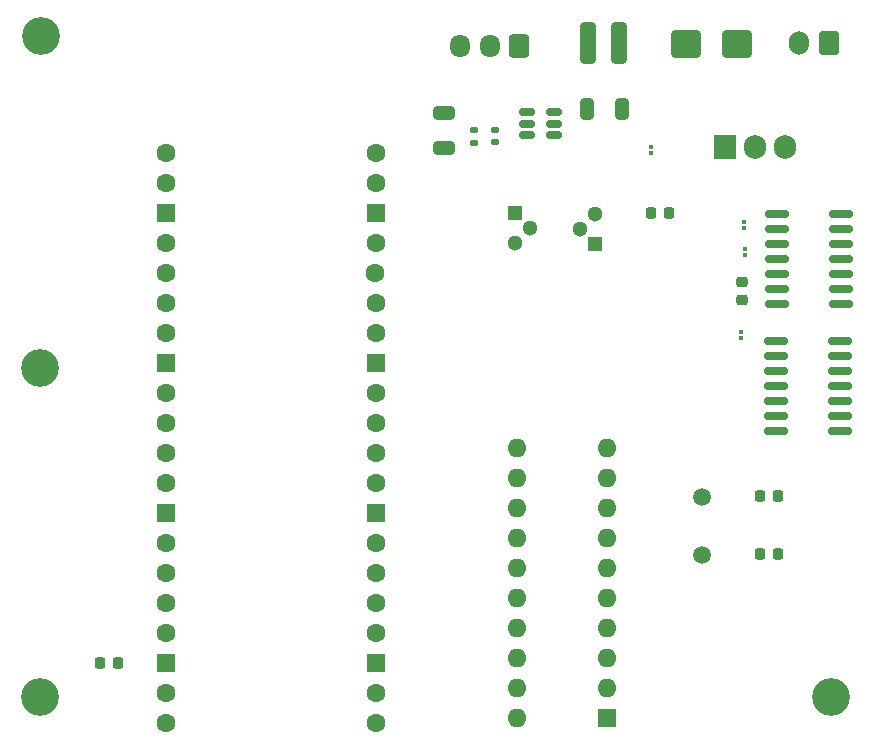
<source format=gbr>
%TF.GenerationSoftware,KiCad,Pcbnew,7.0.10-7.0.10~ubuntu22.04.1*%
%TF.CreationDate,2025-04-05T16:35:24+07:00*%
%TF.ProjectId,RNG,524e472e-6b69-4636-9164-5f7063625858,rev?*%
%TF.SameCoordinates,Original*%
%TF.FileFunction,Soldermask,Top*%
%TF.FilePolarity,Negative*%
%FSLAX46Y46*%
G04 Gerber Fmt 4.6, Leading zero omitted, Abs format (unit mm)*
G04 Created by KiCad (PCBNEW 7.0.10-7.0.10~ubuntu22.04.1) date 2025-04-05 16:35:24*
%MOMM*%
%LPD*%
G01*
G04 APERTURE LIST*
G04 Aperture macros list*
%AMRoundRect*
0 Rectangle with rounded corners*
0 $1 Rounding radius*
0 $2 $3 $4 $5 $6 $7 $8 $9 X,Y pos of 4 corners*
0 Add a 4 corners polygon primitive as box body*
4,1,4,$2,$3,$4,$5,$6,$7,$8,$9,$2,$3,0*
0 Add four circle primitives for the rounded corners*
1,1,$1+$1,$2,$3*
1,1,$1+$1,$4,$5*
1,1,$1+$1,$6,$7*
1,1,$1+$1,$8,$9*
0 Add four rect primitives between the rounded corners*
20,1,$1+$1,$2,$3,$4,$5,0*
20,1,$1+$1,$4,$5,$6,$7,0*
20,1,$1+$1,$6,$7,$8,$9,0*
20,1,$1+$1,$8,$9,$2,$3,0*%
G04 Aperture macros list end*
%ADD10RoundRect,0.150000X-0.875000X-0.150000X0.875000X-0.150000X0.875000X0.150000X-0.875000X0.150000X0*%
%ADD11RoundRect,0.225000X0.225000X0.250000X-0.225000X0.250000X-0.225000X-0.250000X0.225000X-0.250000X0*%
%ADD12RoundRect,0.225000X-0.225000X-0.250000X0.225000X-0.250000X0.225000X0.250000X-0.225000X0.250000X0*%
%ADD13RoundRect,0.150000X-0.512500X-0.150000X0.512500X-0.150000X0.512500X0.150000X-0.512500X0.150000X0*%
%ADD14RoundRect,0.135000X0.185000X-0.135000X0.185000X0.135000X-0.185000X0.135000X-0.185000X-0.135000X0*%
%ADD15RoundRect,0.250000X-0.650000X0.325000X-0.650000X-0.325000X0.650000X-0.325000X0.650000X0.325000X0*%
%ADD16R,1.300000X1.300000*%
%ADD17C,1.300000*%
%ADD18RoundRect,0.350000X-0.350000X-1.400000X0.350000X-1.400000X0.350000X1.400000X-0.350000X1.400000X0*%
%ADD19RoundRect,0.250000X1.000000X0.900000X-1.000000X0.900000X-1.000000X-0.900000X1.000000X-0.900000X0*%
%ADD20RoundRect,0.075000X-0.075000X0.125000X-0.075000X-0.125000X0.075000X-0.125000X0.075000X0.125000X0*%
%ADD21C,3.200000*%
%ADD22C,1.600000*%
%ADD23RoundRect,0.200000X0.600000X0.600000X-0.600000X0.600000X-0.600000X-0.600000X0.600000X-0.600000X0*%
%ADD24R,1.600000X1.600000*%
%ADD25O,1.600000X1.600000*%
%ADD26RoundRect,0.250000X0.325000X0.650000X-0.325000X0.650000X-0.325000X-0.650000X0.325000X-0.650000X0*%
%ADD27RoundRect,0.250000X0.600000X0.725000X-0.600000X0.725000X-0.600000X-0.725000X0.600000X-0.725000X0*%
%ADD28O,1.700000X1.950000*%
%ADD29R,1.905000X2.000000*%
%ADD30O,1.905000X2.000000*%
%ADD31RoundRect,0.225000X-0.250000X0.225000X-0.250000X-0.225000X0.250000X-0.225000X0.250000X0.225000X0*%
%ADD32RoundRect,0.250000X0.600000X0.750000X-0.600000X0.750000X-0.600000X-0.750000X0.600000X-0.750000X0*%
%ADD33O,1.700000X2.000000*%
%ADD34C,1.500000*%
%ADD35RoundRect,0.135000X-0.185000X0.135000X-0.185000X-0.135000X0.185000X-0.135000X0.185000X0.135000X0*%
G04 APERTURE END LIST*
D10*
%TO.C,*%
X80045600Y-84861400D03*
X80045600Y-86131400D03*
X80045600Y-87401400D03*
X80045600Y-88671400D03*
X80045600Y-89941400D03*
X80045600Y-91211400D03*
X80045600Y-92481400D03*
X85445600Y-92481400D03*
X85445600Y-91211400D03*
X85445600Y-89941400D03*
X85445600Y-88671400D03*
X85445600Y-87401400D03*
X85445600Y-86131400D03*
X85445600Y-84861400D03*
%TD*%
%TO.C,*%
X79994800Y-95631000D03*
X79994800Y-96901000D03*
X79994800Y-98171000D03*
X79994800Y-99441000D03*
X79994800Y-100711000D03*
X79994800Y-101981000D03*
X79994800Y-103251000D03*
X85394800Y-103251000D03*
X85394800Y-101981000D03*
X85394800Y-100711000D03*
X85394800Y-99441000D03*
X85394800Y-98171000D03*
X85394800Y-96901000D03*
X85394800Y-95631000D03*
%TD*%
D11*
%TO.C,C6*%
X80150000Y-113665000D03*
X78600000Y-113665000D03*
%TD*%
D12*
%TO.C,C1*%
X69342000Y-84785200D03*
X70892000Y-84785200D03*
%TD*%
D11*
%TO.C,C5*%
X80175400Y-108712000D03*
X78625400Y-108712000D03*
%TD*%
D13*
%TO.C,U5*%
X58877200Y-76250800D03*
X58877200Y-77200800D03*
X58877200Y-78150800D03*
X61152200Y-78150800D03*
X61152200Y-77200800D03*
X61152200Y-76250800D03*
%TD*%
D14*
%TO.C,R6*%
X54381400Y-78794800D03*
X54381400Y-77774800D03*
%TD*%
D15*
%TO.C,C4*%
X51892200Y-76274400D03*
X51892200Y-79224400D03*
%TD*%
D16*
%TO.C,Q2*%
X57856800Y-84785200D03*
D17*
X59126800Y-86055200D03*
X57856800Y-87325200D03*
%TD*%
D18*
%TO.C,L1*%
X64049600Y-70358000D03*
X66649600Y-70358000D03*
%TD*%
D19*
%TO.C,D1*%
X76657200Y-70434200D03*
X72357200Y-70434200D03*
%TD*%
D20*
%TO.C,R2*%
X77266800Y-85530200D03*
X77266800Y-86030200D03*
%TD*%
D21*
%TO.C,H1*%
X84582000Y-125780800D03*
%TD*%
D20*
%TO.C,R4*%
X77038200Y-94843200D03*
X77038200Y-95343200D03*
%TD*%
D21*
%TO.C,H3*%
X17627600Y-125780800D03*
%TD*%
D20*
%TO.C,R1*%
X69367400Y-79201200D03*
X69367400Y-79701200D03*
%TD*%
D22*
%TO.C,A1*%
X46075600Y-127914400D03*
X46075600Y-125374400D03*
D23*
X46075600Y-122834400D03*
D22*
X46075600Y-120294400D03*
X46075600Y-117754400D03*
X46075600Y-115214400D03*
X46075600Y-112674400D03*
D23*
X46075600Y-110134400D03*
D22*
X46075600Y-107594400D03*
X46075600Y-105054400D03*
X46075600Y-102514400D03*
X46075600Y-99974400D03*
D23*
X46075600Y-97434400D03*
D22*
X46075600Y-94894400D03*
X46075600Y-92354400D03*
X46033719Y-89814400D03*
X46075600Y-87274400D03*
D23*
X46075600Y-84734400D03*
D22*
X46075600Y-82194400D03*
X46075600Y-79654400D03*
X28295600Y-79654400D03*
X28295600Y-82194400D03*
D23*
X28295600Y-84734400D03*
D22*
X28295600Y-87274400D03*
X28295600Y-89814400D03*
X28295600Y-92354400D03*
X28295600Y-94894400D03*
D23*
X28295600Y-97434400D03*
D22*
X28295600Y-99974400D03*
X28295600Y-102514400D03*
X28295600Y-105054400D03*
X28295600Y-107594400D03*
D23*
X28295600Y-110134400D03*
D22*
X28295600Y-112674400D03*
X28295600Y-115214400D03*
X28295600Y-117754400D03*
X28295600Y-120294400D03*
D23*
X28295600Y-122834400D03*
D22*
X28295600Y-125374400D03*
X28295600Y-127914400D03*
%TD*%
D24*
%TO.C,U6*%
X65659000Y-127482600D03*
D25*
X65659000Y-124942600D03*
X65659000Y-122402600D03*
X65659000Y-119862600D03*
X65659000Y-117322600D03*
X65659000Y-114782600D03*
X65659000Y-112242600D03*
X65659000Y-109702600D03*
X65659000Y-107162600D03*
X65659000Y-104622600D03*
X58039000Y-104622600D03*
X58039000Y-107162600D03*
X58039000Y-109702600D03*
X58039000Y-112242600D03*
X58039000Y-114782600D03*
X58039000Y-117322600D03*
X58039000Y-119862600D03*
X58039000Y-122402600D03*
X58039000Y-124942600D03*
X58039000Y-127482600D03*
%TD*%
D26*
%TO.C,C3*%
X66932600Y-75996800D03*
X63982600Y-75996800D03*
%TD*%
D27*
%TO.C,J1*%
X58216800Y-70586600D03*
D28*
X55716800Y-70586600D03*
X53216800Y-70586600D03*
%TD*%
D11*
%TO.C,C7*%
X24270000Y-122834400D03*
X22720000Y-122834400D03*
%TD*%
D21*
%TO.C,H4*%
X17678400Y-97891600D03*
%TD*%
D29*
%TO.C,U3*%
X75641200Y-79202400D03*
D30*
X78181200Y-79202400D03*
X80721200Y-79202400D03*
%TD*%
D31*
%TO.C,C2*%
X77063600Y-90563400D03*
X77063600Y-92113400D03*
%TD*%
D21*
%TO.C,H2*%
X17729200Y-69799200D03*
%TD*%
D16*
%TO.C,Q1*%
X64643000Y-87350600D03*
D17*
X63373000Y-86080600D03*
X64643000Y-84810600D03*
%TD*%
D32*
%TO.C,J2*%
X84429600Y-70383400D03*
D33*
X81929600Y-70383400D03*
%TD*%
D34*
%TO.C,Y1*%
X73685400Y-113693600D03*
X73685400Y-108813600D03*
%TD*%
D35*
%TO.C,R5*%
X56134000Y-77747400D03*
X56134000Y-78767400D03*
%TD*%
D20*
%TO.C,R3*%
X77317600Y-87786400D03*
X77317600Y-88286400D03*
%TD*%
M02*

</source>
